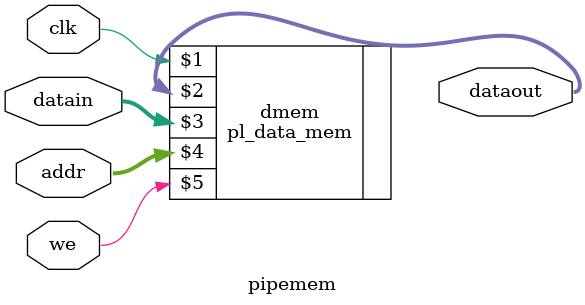
<source format=v>
/************************************************
  The Verilog HDL code example is from the book
  Computer Principles and Design in Verilog HDL
  by Yamin Li, published by A JOHN WILEY & SONS
************************************************/
module pipemem (we,addr,datain,clk,dataout);          // MEM stage
    input         clk;                                // clock
    input  [31:0] addr;                               // address
    input  [31:0] datain;                             // data in (to mem)
    input         we;                                 // memory write
    output [31:0] dataout;                            // data out (from mem)
    pl_data_mem dmem (clk,dataout,datain,addr,we);    // data memory
endmodule

</source>
